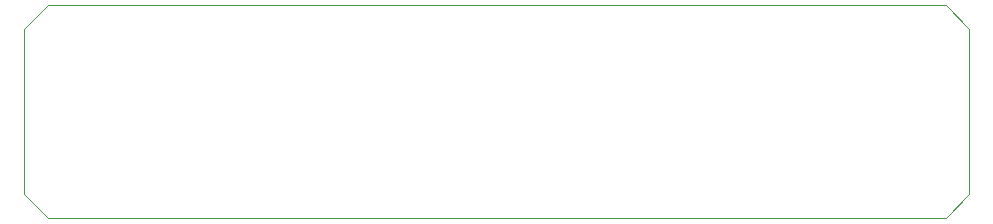
<source format=gbr>
%TF.GenerationSoftware,KiCad,Pcbnew,(7.0.0)*%
%TF.CreationDate,2023-10-30T21:48:48-03:00*%
%TF.ProjectId,QRE1113_Line_Sensors_x8,51524531-3131-4335-9f4c-696e655f5365,rev?*%
%TF.SameCoordinates,Original*%
%TF.FileFunction,Paste,Top*%
%TF.FilePolarity,Positive*%
%FSLAX46Y46*%
G04 Gerber Fmt 4.6, Leading zero omitted, Abs format (unit mm)*
G04 Created by KiCad (PCBNEW (7.0.0)) date 2023-10-30 21:48:48*
%MOMM*%
%LPD*%
G01*
G04 APERTURE LIST*
%TA.AperFunction,Profile*%
%ADD10C,0.100000*%
%TD*%
G04 APERTURE END LIST*
D10*
X200000000Y-58000000D02*
X200000000Y-72000000D01*
X120000000Y-58000000D02*
X122000000Y-56000000D01*
X198000000Y-74000000D02*
X122000000Y-74000000D01*
X120000000Y-72000000D02*
X120000000Y-58000000D01*
X122000000Y-74000000D02*
X120000000Y-72000000D01*
X122000000Y-56000000D02*
X198000000Y-56000000D01*
X200000000Y-72000000D02*
X198000000Y-74000000D01*
X198000000Y-56000000D02*
X200000000Y-58000000D01*
M02*

</source>
